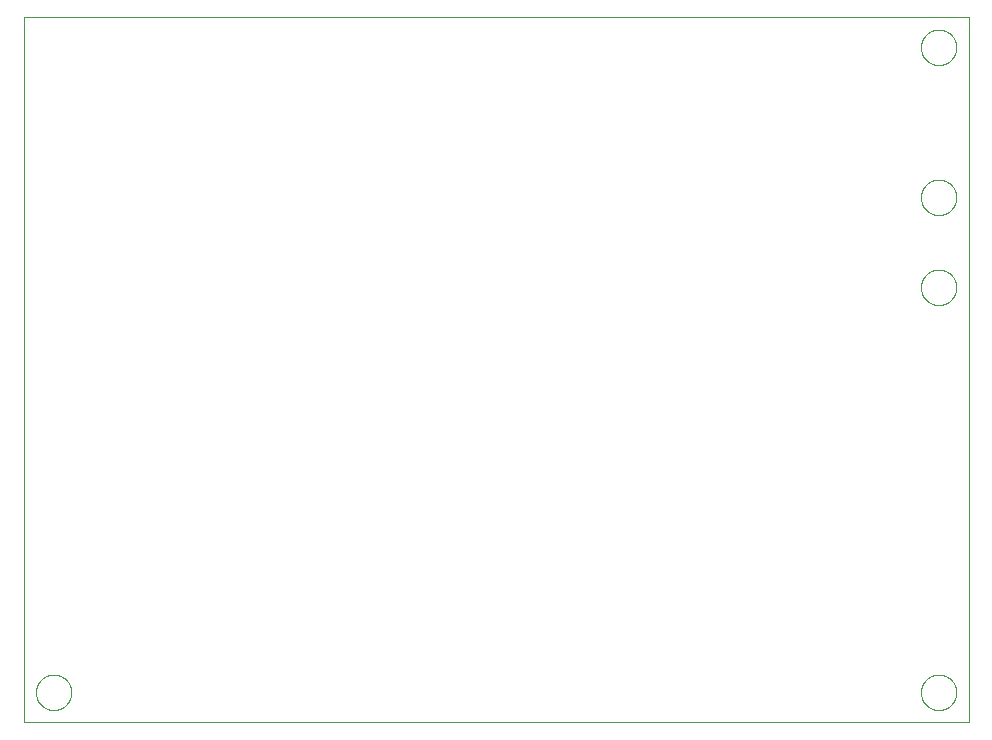
<source format=gtp>
G75*
%MOIN*%
%OFA0B0*%
%FSLAX25Y25*%
%IPPOS*%
%LPD*%
%AMOC8*
5,1,8,0,0,1.08239X$1,22.5*
%
%ADD10C,0.00000*%
D10*
X0023540Y0001000D02*
X0023540Y0235980D01*
X0338501Y0235980D01*
X0338501Y0001000D01*
X0023540Y0001000D01*
X0027634Y0011000D02*
X0027636Y0011153D01*
X0027642Y0011307D01*
X0027652Y0011460D01*
X0027666Y0011612D01*
X0027684Y0011765D01*
X0027706Y0011916D01*
X0027731Y0012067D01*
X0027761Y0012218D01*
X0027795Y0012368D01*
X0027832Y0012516D01*
X0027873Y0012664D01*
X0027918Y0012810D01*
X0027967Y0012956D01*
X0028020Y0013100D01*
X0028076Y0013242D01*
X0028136Y0013383D01*
X0028200Y0013523D01*
X0028267Y0013661D01*
X0028338Y0013797D01*
X0028413Y0013931D01*
X0028490Y0014063D01*
X0028572Y0014193D01*
X0028656Y0014321D01*
X0028744Y0014447D01*
X0028835Y0014570D01*
X0028929Y0014691D01*
X0029027Y0014809D01*
X0029127Y0014925D01*
X0029231Y0015038D01*
X0029337Y0015149D01*
X0029446Y0015257D01*
X0029558Y0015362D01*
X0029672Y0015463D01*
X0029790Y0015562D01*
X0029909Y0015658D01*
X0030031Y0015751D01*
X0030156Y0015840D01*
X0030283Y0015927D01*
X0030412Y0016009D01*
X0030543Y0016089D01*
X0030676Y0016165D01*
X0030811Y0016238D01*
X0030948Y0016307D01*
X0031087Y0016372D01*
X0031227Y0016434D01*
X0031369Y0016492D01*
X0031512Y0016547D01*
X0031657Y0016598D01*
X0031803Y0016645D01*
X0031950Y0016688D01*
X0032098Y0016727D01*
X0032247Y0016763D01*
X0032397Y0016794D01*
X0032548Y0016822D01*
X0032699Y0016846D01*
X0032852Y0016866D01*
X0033004Y0016882D01*
X0033157Y0016894D01*
X0033310Y0016902D01*
X0033463Y0016906D01*
X0033617Y0016906D01*
X0033770Y0016902D01*
X0033923Y0016894D01*
X0034076Y0016882D01*
X0034228Y0016866D01*
X0034381Y0016846D01*
X0034532Y0016822D01*
X0034683Y0016794D01*
X0034833Y0016763D01*
X0034982Y0016727D01*
X0035130Y0016688D01*
X0035277Y0016645D01*
X0035423Y0016598D01*
X0035568Y0016547D01*
X0035711Y0016492D01*
X0035853Y0016434D01*
X0035993Y0016372D01*
X0036132Y0016307D01*
X0036269Y0016238D01*
X0036404Y0016165D01*
X0036537Y0016089D01*
X0036668Y0016009D01*
X0036797Y0015927D01*
X0036924Y0015840D01*
X0037049Y0015751D01*
X0037171Y0015658D01*
X0037290Y0015562D01*
X0037408Y0015463D01*
X0037522Y0015362D01*
X0037634Y0015257D01*
X0037743Y0015149D01*
X0037849Y0015038D01*
X0037953Y0014925D01*
X0038053Y0014809D01*
X0038151Y0014691D01*
X0038245Y0014570D01*
X0038336Y0014447D01*
X0038424Y0014321D01*
X0038508Y0014193D01*
X0038590Y0014063D01*
X0038667Y0013931D01*
X0038742Y0013797D01*
X0038813Y0013661D01*
X0038880Y0013523D01*
X0038944Y0013383D01*
X0039004Y0013242D01*
X0039060Y0013100D01*
X0039113Y0012956D01*
X0039162Y0012810D01*
X0039207Y0012664D01*
X0039248Y0012516D01*
X0039285Y0012368D01*
X0039319Y0012218D01*
X0039349Y0012067D01*
X0039374Y0011916D01*
X0039396Y0011765D01*
X0039414Y0011612D01*
X0039428Y0011460D01*
X0039438Y0011307D01*
X0039444Y0011153D01*
X0039446Y0011000D01*
X0039444Y0010847D01*
X0039438Y0010693D01*
X0039428Y0010540D01*
X0039414Y0010388D01*
X0039396Y0010235D01*
X0039374Y0010084D01*
X0039349Y0009933D01*
X0039319Y0009782D01*
X0039285Y0009632D01*
X0039248Y0009484D01*
X0039207Y0009336D01*
X0039162Y0009190D01*
X0039113Y0009044D01*
X0039060Y0008900D01*
X0039004Y0008758D01*
X0038944Y0008617D01*
X0038880Y0008477D01*
X0038813Y0008339D01*
X0038742Y0008203D01*
X0038667Y0008069D01*
X0038590Y0007937D01*
X0038508Y0007807D01*
X0038424Y0007679D01*
X0038336Y0007553D01*
X0038245Y0007430D01*
X0038151Y0007309D01*
X0038053Y0007191D01*
X0037953Y0007075D01*
X0037849Y0006962D01*
X0037743Y0006851D01*
X0037634Y0006743D01*
X0037522Y0006638D01*
X0037408Y0006537D01*
X0037290Y0006438D01*
X0037171Y0006342D01*
X0037049Y0006249D01*
X0036924Y0006160D01*
X0036797Y0006073D01*
X0036668Y0005991D01*
X0036537Y0005911D01*
X0036404Y0005835D01*
X0036269Y0005762D01*
X0036132Y0005693D01*
X0035993Y0005628D01*
X0035853Y0005566D01*
X0035711Y0005508D01*
X0035568Y0005453D01*
X0035423Y0005402D01*
X0035277Y0005355D01*
X0035130Y0005312D01*
X0034982Y0005273D01*
X0034833Y0005237D01*
X0034683Y0005206D01*
X0034532Y0005178D01*
X0034381Y0005154D01*
X0034228Y0005134D01*
X0034076Y0005118D01*
X0033923Y0005106D01*
X0033770Y0005098D01*
X0033617Y0005094D01*
X0033463Y0005094D01*
X0033310Y0005098D01*
X0033157Y0005106D01*
X0033004Y0005118D01*
X0032852Y0005134D01*
X0032699Y0005154D01*
X0032548Y0005178D01*
X0032397Y0005206D01*
X0032247Y0005237D01*
X0032098Y0005273D01*
X0031950Y0005312D01*
X0031803Y0005355D01*
X0031657Y0005402D01*
X0031512Y0005453D01*
X0031369Y0005508D01*
X0031227Y0005566D01*
X0031087Y0005628D01*
X0030948Y0005693D01*
X0030811Y0005762D01*
X0030676Y0005835D01*
X0030543Y0005911D01*
X0030412Y0005991D01*
X0030283Y0006073D01*
X0030156Y0006160D01*
X0030031Y0006249D01*
X0029909Y0006342D01*
X0029790Y0006438D01*
X0029672Y0006537D01*
X0029558Y0006638D01*
X0029446Y0006743D01*
X0029337Y0006851D01*
X0029231Y0006962D01*
X0029127Y0007075D01*
X0029027Y0007191D01*
X0028929Y0007309D01*
X0028835Y0007430D01*
X0028744Y0007553D01*
X0028656Y0007679D01*
X0028572Y0007807D01*
X0028490Y0007937D01*
X0028413Y0008069D01*
X0028338Y0008203D01*
X0028267Y0008339D01*
X0028200Y0008477D01*
X0028136Y0008617D01*
X0028076Y0008758D01*
X0028020Y0008900D01*
X0027967Y0009044D01*
X0027918Y0009190D01*
X0027873Y0009336D01*
X0027832Y0009484D01*
X0027795Y0009632D01*
X0027761Y0009782D01*
X0027731Y0009933D01*
X0027706Y0010084D01*
X0027684Y0010235D01*
X0027666Y0010388D01*
X0027652Y0010540D01*
X0027642Y0010693D01*
X0027636Y0010847D01*
X0027634Y0011000D01*
X0322634Y0011000D02*
X0322636Y0011153D01*
X0322642Y0011307D01*
X0322652Y0011460D01*
X0322666Y0011612D01*
X0322684Y0011765D01*
X0322706Y0011916D01*
X0322731Y0012067D01*
X0322761Y0012218D01*
X0322795Y0012368D01*
X0322832Y0012516D01*
X0322873Y0012664D01*
X0322918Y0012810D01*
X0322967Y0012956D01*
X0323020Y0013100D01*
X0323076Y0013242D01*
X0323136Y0013383D01*
X0323200Y0013523D01*
X0323267Y0013661D01*
X0323338Y0013797D01*
X0323413Y0013931D01*
X0323490Y0014063D01*
X0323572Y0014193D01*
X0323656Y0014321D01*
X0323744Y0014447D01*
X0323835Y0014570D01*
X0323929Y0014691D01*
X0324027Y0014809D01*
X0324127Y0014925D01*
X0324231Y0015038D01*
X0324337Y0015149D01*
X0324446Y0015257D01*
X0324558Y0015362D01*
X0324672Y0015463D01*
X0324790Y0015562D01*
X0324909Y0015658D01*
X0325031Y0015751D01*
X0325156Y0015840D01*
X0325283Y0015927D01*
X0325412Y0016009D01*
X0325543Y0016089D01*
X0325676Y0016165D01*
X0325811Y0016238D01*
X0325948Y0016307D01*
X0326087Y0016372D01*
X0326227Y0016434D01*
X0326369Y0016492D01*
X0326512Y0016547D01*
X0326657Y0016598D01*
X0326803Y0016645D01*
X0326950Y0016688D01*
X0327098Y0016727D01*
X0327247Y0016763D01*
X0327397Y0016794D01*
X0327548Y0016822D01*
X0327699Y0016846D01*
X0327852Y0016866D01*
X0328004Y0016882D01*
X0328157Y0016894D01*
X0328310Y0016902D01*
X0328463Y0016906D01*
X0328617Y0016906D01*
X0328770Y0016902D01*
X0328923Y0016894D01*
X0329076Y0016882D01*
X0329228Y0016866D01*
X0329381Y0016846D01*
X0329532Y0016822D01*
X0329683Y0016794D01*
X0329833Y0016763D01*
X0329982Y0016727D01*
X0330130Y0016688D01*
X0330277Y0016645D01*
X0330423Y0016598D01*
X0330568Y0016547D01*
X0330711Y0016492D01*
X0330853Y0016434D01*
X0330993Y0016372D01*
X0331132Y0016307D01*
X0331269Y0016238D01*
X0331404Y0016165D01*
X0331537Y0016089D01*
X0331668Y0016009D01*
X0331797Y0015927D01*
X0331924Y0015840D01*
X0332049Y0015751D01*
X0332171Y0015658D01*
X0332290Y0015562D01*
X0332408Y0015463D01*
X0332522Y0015362D01*
X0332634Y0015257D01*
X0332743Y0015149D01*
X0332849Y0015038D01*
X0332953Y0014925D01*
X0333053Y0014809D01*
X0333151Y0014691D01*
X0333245Y0014570D01*
X0333336Y0014447D01*
X0333424Y0014321D01*
X0333508Y0014193D01*
X0333590Y0014063D01*
X0333667Y0013931D01*
X0333742Y0013797D01*
X0333813Y0013661D01*
X0333880Y0013523D01*
X0333944Y0013383D01*
X0334004Y0013242D01*
X0334060Y0013100D01*
X0334113Y0012956D01*
X0334162Y0012810D01*
X0334207Y0012664D01*
X0334248Y0012516D01*
X0334285Y0012368D01*
X0334319Y0012218D01*
X0334349Y0012067D01*
X0334374Y0011916D01*
X0334396Y0011765D01*
X0334414Y0011612D01*
X0334428Y0011460D01*
X0334438Y0011307D01*
X0334444Y0011153D01*
X0334446Y0011000D01*
X0334444Y0010847D01*
X0334438Y0010693D01*
X0334428Y0010540D01*
X0334414Y0010388D01*
X0334396Y0010235D01*
X0334374Y0010084D01*
X0334349Y0009933D01*
X0334319Y0009782D01*
X0334285Y0009632D01*
X0334248Y0009484D01*
X0334207Y0009336D01*
X0334162Y0009190D01*
X0334113Y0009044D01*
X0334060Y0008900D01*
X0334004Y0008758D01*
X0333944Y0008617D01*
X0333880Y0008477D01*
X0333813Y0008339D01*
X0333742Y0008203D01*
X0333667Y0008069D01*
X0333590Y0007937D01*
X0333508Y0007807D01*
X0333424Y0007679D01*
X0333336Y0007553D01*
X0333245Y0007430D01*
X0333151Y0007309D01*
X0333053Y0007191D01*
X0332953Y0007075D01*
X0332849Y0006962D01*
X0332743Y0006851D01*
X0332634Y0006743D01*
X0332522Y0006638D01*
X0332408Y0006537D01*
X0332290Y0006438D01*
X0332171Y0006342D01*
X0332049Y0006249D01*
X0331924Y0006160D01*
X0331797Y0006073D01*
X0331668Y0005991D01*
X0331537Y0005911D01*
X0331404Y0005835D01*
X0331269Y0005762D01*
X0331132Y0005693D01*
X0330993Y0005628D01*
X0330853Y0005566D01*
X0330711Y0005508D01*
X0330568Y0005453D01*
X0330423Y0005402D01*
X0330277Y0005355D01*
X0330130Y0005312D01*
X0329982Y0005273D01*
X0329833Y0005237D01*
X0329683Y0005206D01*
X0329532Y0005178D01*
X0329381Y0005154D01*
X0329228Y0005134D01*
X0329076Y0005118D01*
X0328923Y0005106D01*
X0328770Y0005098D01*
X0328617Y0005094D01*
X0328463Y0005094D01*
X0328310Y0005098D01*
X0328157Y0005106D01*
X0328004Y0005118D01*
X0327852Y0005134D01*
X0327699Y0005154D01*
X0327548Y0005178D01*
X0327397Y0005206D01*
X0327247Y0005237D01*
X0327098Y0005273D01*
X0326950Y0005312D01*
X0326803Y0005355D01*
X0326657Y0005402D01*
X0326512Y0005453D01*
X0326369Y0005508D01*
X0326227Y0005566D01*
X0326087Y0005628D01*
X0325948Y0005693D01*
X0325811Y0005762D01*
X0325676Y0005835D01*
X0325543Y0005911D01*
X0325412Y0005991D01*
X0325283Y0006073D01*
X0325156Y0006160D01*
X0325031Y0006249D01*
X0324909Y0006342D01*
X0324790Y0006438D01*
X0324672Y0006537D01*
X0324558Y0006638D01*
X0324446Y0006743D01*
X0324337Y0006851D01*
X0324231Y0006962D01*
X0324127Y0007075D01*
X0324027Y0007191D01*
X0323929Y0007309D01*
X0323835Y0007430D01*
X0323744Y0007553D01*
X0323656Y0007679D01*
X0323572Y0007807D01*
X0323490Y0007937D01*
X0323413Y0008069D01*
X0323338Y0008203D01*
X0323267Y0008339D01*
X0323200Y0008477D01*
X0323136Y0008617D01*
X0323076Y0008758D01*
X0323020Y0008900D01*
X0322967Y0009044D01*
X0322918Y0009190D01*
X0322873Y0009336D01*
X0322832Y0009484D01*
X0322795Y0009632D01*
X0322761Y0009782D01*
X0322731Y0009933D01*
X0322706Y0010084D01*
X0322684Y0010235D01*
X0322666Y0010388D01*
X0322652Y0010540D01*
X0322642Y0010693D01*
X0322636Y0010847D01*
X0322634Y0011000D01*
X0322634Y0146000D02*
X0322636Y0146153D01*
X0322642Y0146307D01*
X0322652Y0146460D01*
X0322666Y0146612D01*
X0322684Y0146765D01*
X0322706Y0146916D01*
X0322731Y0147067D01*
X0322761Y0147218D01*
X0322795Y0147368D01*
X0322832Y0147516D01*
X0322873Y0147664D01*
X0322918Y0147810D01*
X0322967Y0147956D01*
X0323020Y0148100D01*
X0323076Y0148242D01*
X0323136Y0148383D01*
X0323200Y0148523D01*
X0323267Y0148661D01*
X0323338Y0148797D01*
X0323413Y0148931D01*
X0323490Y0149063D01*
X0323572Y0149193D01*
X0323656Y0149321D01*
X0323744Y0149447D01*
X0323835Y0149570D01*
X0323929Y0149691D01*
X0324027Y0149809D01*
X0324127Y0149925D01*
X0324231Y0150038D01*
X0324337Y0150149D01*
X0324446Y0150257D01*
X0324558Y0150362D01*
X0324672Y0150463D01*
X0324790Y0150562D01*
X0324909Y0150658D01*
X0325031Y0150751D01*
X0325156Y0150840D01*
X0325283Y0150927D01*
X0325412Y0151009D01*
X0325543Y0151089D01*
X0325676Y0151165D01*
X0325811Y0151238D01*
X0325948Y0151307D01*
X0326087Y0151372D01*
X0326227Y0151434D01*
X0326369Y0151492D01*
X0326512Y0151547D01*
X0326657Y0151598D01*
X0326803Y0151645D01*
X0326950Y0151688D01*
X0327098Y0151727D01*
X0327247Y0151763D01*
X0327397Y0151794D01*
X0327548Y0151822D01*
X0327699Y0151846D01*
X0327852Y0151866D01*
X0328004Y0151882D01*
X0328157Y0151894D01*
X0328310Y0151902D01*
X0328463Y0151906D01*
X0328617Y0151906D01*
X0328770Y0151902D01*
X0328923Y0151894D01*
X0329076Y0151882D01*
X0329228Y0151866D01*
X0329381Y0151846D01*
X0329532Y0151822D01*
X0329683Y0151794D01*
X0329833Y0151763D01*
X0329982Y0151727D01*
X0330130Y0151688D01*
X0330277Y0151645D01*
X0330423Y0151598D01*
X0330568Y0151547D01*
X0330711Y0151492D01*
X0330853Y0151434D01*
X0330993Y0151372D01*
X0331132Y0151307D01*
X0331269Y0151238D01*
X0331404Y0151165D01*
X0331537Y0151089D01*
X0331668Y0151009D01*
X0331797Y0150927D01*
X0331924Y0150840D01*
X0332049Y0150751D01*
X0332171Y0150658D01*
X0332290Y0150562D01*
X0332408Y0150463D01*
X0332522Y0150362D01*
X0332634Y0150257D01*
X0332743Y0150149D01*
X0332849Y0150038D01*
X0332953Y0149925D01*
X0333053Y0149809D01*
X0333151Y0149691D01*
X0333245Y0149570D01*
X0333336Y0149447D01*
X0333424Y0149321D01*
X0333508Y0149193D01*
X0333590Y0149063D01*
X0333667Y0148931D01*
X0333742Y0148797D01*
X0333813Y0148661D01*
X0333880Y0148523D01*
X0333944Y0148383D01*
X0334004Y0148242D01*
X0334060Y0148100D01*
X0334113Y0147956D01*
X0334162Y0147810D01*
X0334207Y0147664D01*
X0334248Y0147516D01*
X0334285Y0147368D01*
X0334319Y0147218D01*
X0334349Y0147067D01*
X0334374Y0146916D01*
X0334396Y0146765D01*
X0334414Y0146612D01*
X0334428Y0146460D01*
X0334438Y0146307D01*
X0334444Y0146153D01*
X0334446Y0146000D01*
X0334444Y0145847D01*
X0334438Y0145693D01*
X0334428Y0145540D01*
X0334414Y0145388D01*
X0334396Y0145235D01*
X0334374Y0145084D01*
X0334349Y0144933D01*
X0334319Y0144782D01*
X0334285Y0144632D01*
X0334248Y0144484D01*
X0334207Y0144336D01*
X0334162Y0144190D01*
X0334113Y0144044D01*
X0334060Y0143900D01*
X0334004Y0143758D01*
X0333944Y0143617D01*
X0333880Y0143477D01*
X0333813Y0143339D01*
X0333742Y0143203D01*
X0333667Y0143069D01*
X0333590Y0142937D01*
X0333508Y0142807D01*
X0333424Y0142679D01*
X0333336Y0142553D01*
X0333245Y0142430D01*
X0333151Y0142309D01*
X0333053Y0142191D01*
X0332953Y0142075D01*
X0332849Y0141962D01*
X0332743Y0141851D01*
X0332634Y0141743D01*
X0332522Y0141638D01*
X0332408Y0141537D01*
X0332290Y0141438D01*
X0332171Y0141342D01*
X0332049Y0141249D01*
X0331924Y0141160D01*
X0331797Y0141073D01*
X0331668Y0140991D01*
X0331537Y0140911D01*
X0331404Y0140835D01*
X0331269Y0140762D01*
X0331132Y0140693D01*
X0330993Y0140628D01*
X0330853Y0140566D01*
X0330711Y0140508D01*
X0330568Y0140453D01*
X0330423Y0140402D01*
X0330277Y0140355D01*
X0330130Y0140312D01*
X0329982Y0140273D01*
X0329833Y0140237D01*
X0329683Y0140206D01*
X0329532Y0140178D01*
X0329381Y0140154D01*
X0329228Y0140134D01*
X0329076Y0140118D01*
X0328923Y0140106D01*
X0328770Y0140098D01*
X0328617Y0140094D01*
X0328463Y0140094D01*
X0328310Y0140098D01*
X0328157Y0140106D01*
X0328004Y0140118D01*
X0327852Y0140134D01*
X0327699Y0140154D01*
X0327548Y0140178D01*
X0327397Y0140206D01*
X0327247Y0140237D01*
X0327098Y0140273D01*
X0326950Y0140312D01*
X0326803Y0140355D01*
X0326657Y0140402D01*
X0326512Y0140453D01*
X0326369Y0140508D01*
X0326227Y0140566D01*
X0326087Y0140628D01*
X0325948Y0140693D01*
X0325811Y0140762D01*
X0325676Y0140835D01*
X0325543Y0140911D01*
X0325412Y0140991D01*
X0325283Y0141073D01*
X0325156Y0141160D01*
X0325031Y0141249D01*
X0324909Y0141342D01*
X0324790Y0141438D01*
X0324672Y0141537D01*
X0324558Y0141638D01*
X0324446Y0141743D01*
X0324337Y0141851D01*
X0324231Y0141962D01*
X0324127Y0142075D01*
X0324027Y0142191D01*
X0323929Y0142309D01*
X0323835Y0142430D01*
X0323744Y0142553D01*
X0323656Y0142679D01*
X0323572Y0142807D01*
X0323490Y0142937D01*
X0323413Y0143069D01*
X0323338Y0143203D01*
X0323267Y0143339D01*
X0323200Y0143477D01*
X0323136Y0143617D01*
X0323076Y0143758D01*
X0323020Y0143900D01*
X0322967Y0144044D01*
X0322918Y0144190D01*
X0322873Y0144336D01*
X0322832Y0144484D01*
X0322795Y0144632D01*
X0322761Y0144782D01*
X0322731Y0144933D01*
X0322706Y0145084D01*
X0322684Y0145235D01*
X0322666Y0145388D01*
X0322652Y0145540D01*
X0322642Y0145693D01*
X0322636Y0145847D01*
X0322634Y0146000D01*
X0322634Y0176000D02*
X0322636Y0176153D01*
X0322642Y0176307D01*
X0322652Y0176460D01*
X0322666Y0176612D01*
X0322684Y0176765D01*
X0322706Y0176916D01*
X0322731Y0177067D01*
X0322761Y0177218D01*
X0322795Y0177368D01*
X0322832Y0177516D01*
X0322873Y0177664D01*
X0322918Y0177810D01*
X0322967Y0177956D01*
X0323020Y0178100D01*
X0323076Y0178242D01*
X0323136Y0178383D01*
X0323200Y0178523D01*
X0323267Y0178661D01*
X0323338Y0178797D01*
X0323413Y0178931D01*
X0323490Y0179063D01*
X0323572Y0179193D01*
X0323656Y0179321D01*
X0323744Y0179447D01*
X0323835Y0179570D01*
X0323929Y0179691D01*
X0324027Y0179809D01*
X0324127Y0179925D01*
X0324231Y0180038D01*
X0324337Y0180149D01*
X0324446Y0180257D01*
X0324558Y0180362D01*
X0324672Y0180463D01*
X0324790Y0180562D01*
X0324909Y0180658D01*
X0325031Y0180751D01*
X0325156Y0180840D01*
X0325283Y0180927D01*
X0325412Y0181009D01*
X0325543Y0181089D01*
X0325676Y0181165D01*
X0325811Y0181238D01*
X0325948Y0181307D01*
X0326087Y0181372D01*
X0326227Y0181434D01*
X0326369Y0181492D01*
X0326512Y0181547D01*
X0326657Y0181598D01*
X0326803Y0181645D01*
X0326950Y0181688D01*
X0327098Y0181727D01*
X0327247Y0181763D01*
X0327397Y0181794D01*
X0327548Y0181822D01*
X0327699Y0181846D01*
X0327852Y0181866D01*
X0328004Y0181882D01*
X0328157Y0181894D01*
X0328310Y0181902D01*
X0328463Y0181906D01*
X0328617Y0181906D01*
X0328770Y0181902D01*
X0328923Y0181894D01*
X0329076Y0181882D01*
X0329228Y0181866D01*
X0329381Y0181846D01*
X0329532Y0181822D01*
X0329683Y0181794D01*
X0329833Y0181763D01*
X0329982Y0181727D01*
X0330130Y0181688D01*
X0330277Y0181645D01*
X0330423Y0181598D01*
X0330568Y0181547D01*
X0330711Y0181492D01*
X0330853Y0181434D01*
X0330993Y0181372D01*
X0331132Y0181307D01*
X0331269Y0181238D01*
X0331404Y0181165D01*
X0331537Y0181089D01*
X0331668Y0181009D01*
X0331797Y0180927D01*
X0331924Y0180840D01*
X0332049Y0180751D01*
X0332171Y0180658D01*
X0332290Y0180562D01*
X0332408Y0180463D01*
X0332522Y0180362D01*
X0332634Y0180257D01*
X0332743Y0180149D01*
X0332849Y0180038D01*
X0332953Y0179925D01*
X0333053Y0179809D01*
X0333151Y0179691D01*
X0333245Y0179570D01*
X0333336Y0179447D01*
X0333424Y0179321D01*
X0333508Y0179193D01*
X0333590Y0179063D01*
X0333667Y0178931D01*
X0333742Y0178797D01*
X0333813Y0178661D01*
X0333880Y0178523D01*
X0333944Y0178383D01*
X0334004Y0178242D01*
X0334060Y0178100D01*
X0334113Y0177956D01*
X0334162Y0177810D01*
X0334207Y0177664D01*
X0334248Y0177516D01*
X0334285Y0177368D01*
X0334319Y0177218D01*
X0334349Y0177067D01*
X0334374Y0176916D01*
X0334396Y0176765D01*
X0334414Y0176612D01*
X0334428Y0176460D01*
X0334438Y0176307D01*
X0334444Y0176153D01*
X0334446Y0176000D01*
X0334444Y0175847D01*
X0334438Y0175693D01*
X0334428Y0175540D01*
X0334414Y0175388D01*
X0334396Y0175235D01*
X0334374Y0175084D01*
X0334349Y0174933D01*
X0334319Y0174782D01*
X0334285Y0174632D01*
X0334248Y0174484D01*
X0334207Y0174336D01*
X0334162Y0174190D01*
X0334113Y0174044D01*
X0334060Y0173900D01*
X0334004Y0173758D01*
X0333944Y0173617D01*
X0333880Y0173477D01*
X0333813Y0173339D01*
X0333742Y0173203D01*
X0333667Y0173069D01*
X0333590Y0172937D01*
X0333508Y0172807D01*
X0333424Y0172679D01*
X0333336Y0172553D01*
X0333245Y0172430D01*
X0333151Y0172309D01*
X0333053Y0172191D01*
X0332953Y0172075D01*
X0332849Y0171962D01*
X0332743Y0171851D01*
X0332634Y0171743D01*
X0332522Y0171638D01*
X0332408Y0171537D01*
X0332290Y0171438D01*
X0332171Y0171342D01*
X0332049Y0171249D01*
X0331924Y0171160D01*
X0331797Y0171073D01*
X0331668Y0170991D01*
X0331537Y0170911D01*
X0331404Y0170835D01*
X0331269Y0170762D01*
X0331132Y0170693D01*
X0330993Y0170628D01*
X0330853Y0170566D01*
X0330711Y0170508D01*
X0330568Y0170453D01*
X0330423Y0170402D01*
X0330277Y0170355D01*
X0330130Y0170312D01*
X0329982Y0170273D01*
X0329833Y0170237D01*
X0329683Y0170206D01*
X0329532Y0170178D01*
X0329381Y0170154D01*
X0329228Y0170134D01*
X0329076Y0170118D01*
X0328923Y0170106D01*
X0328770Y0170098D01*
X0328617Y0170094D01*
X0328463Y0170094D01*
X0328310Y0170098D01*
X0328157Y0170106D01*
X0328004Y0170118D01*
X0327852Y0170134D01*
X0327699Y0170154D01*
X0327548Y0170178D01*
X0327397Y0170206D01*
X0327247Y0170237D01*
X0327098Y0170273D01*
X0326950Y0170312D01*
X0326803Y0170355D01*
X0326657Y0170402D01*
X0326512Y0170453D01*
X0326369Y0170508D01*
X0326227Y0170566D01*
X0326087Y0170628D01*
X0325948Y0170693D01*
X0325811Y0170762D01*
X0325676Y0170835D01*
X0325543Y0170911D01*
X0325412Y0170991D01*
X0325283Y0171073D01*
X0325156Y0171160D01*
X0325031Y0171249D01*
X0324909Y0171342D01*
X0324790Y0171438D01*
X0324672Y0171537D01*
X0324558Y0171638D01*
X0324446Y0171743D01*
X0324337Y0171851D01*
X0324231Y0171962D01*
X0324127Y0172075D01*
X0324027Y0172191D01*
X0323929Y0172309D01*
X0323835Y0172430D01*
X0323744Y0172553D01*
X0323656Y0172679D01*
X0323572Y0172807D01*
X0323490Y0172937D01*
X0323413Y0173069D01*
X0323338Y0173203D01*
X0323267Y0173339D01*
X0323200Y0173477D01*
X0323136Y0173617D01*
X0323076Y0173758D01*
X0323020Y0173900D01*
X0322967Y0174044D01*
X0322918Y0174190D01*
X0322873Y0174336D01*
X0322832Y0174484D01*
X0322795Y0174632D01*
X0322761Y0174782D01*
X0322731Y0174933D01*
X0322706Y0175084D01*
X0322684Y0175235D01*
X0322666Y0175388D01*
X0322652Y0175540D01*
X0322642Y0175693D01*
X0322636Y0175847D01*
X0322634Y0176000D01*
X0322634Y0226000D02*
X0322636Y0226153D01*
X0322642Y0226307D01*
X0322652Y0226460D01*
X0322666Y0226612D01*
X0322684Y0226765D01*
X0322706Y0226916D01*
X0322731Y0227067D01*
X0322761Y0227218D01*
X0322795Y0227368D01*
X0322832Y0227516D01*
X0322873Y0227664D01*
X0322918Y0227810D01*
X0322967Y0227956D01*
X0323020Y0228100D01*
X0323076Y0228242D01*
X0323136Y0228383D01*
X0323200Y0228523D01*
X0323267Y0228661D01*
X0323338Y0228797D01*
X0323413Y0228931D01*
X0323490Y0229063D01*
X0323572Y0229193D01*
X0323656Y0229321D01*
X0323744Y0229447D01*
X0323835Y0229570D01*
X0323929Y0229691D01*
X0324027Y0229809D01*
X0324127Y0229925D01*
X0324231Y0230038D01*
X0324337Y0230149D01*
X0324446Y0230257D01*
X0324558Y0230362D01*
X0324672Y0230463D01*
X0324790Y0230562D01*
X0324909Y0230658D01*
X0325031Y0230751D01*
X0325156Y0230840D01*
X0325283Y0230927D01*
X0325412Y0231009D01*
X0325543Y0231089D01*
X0325676Y0231165D01*
X0325811Y0231238D01*
X0325948Y0231307D01*
X0326087Y0231372D01*
X0326227Y0231434D01*
X0326369Y0231492D01*
X0326512Y0231547D01*
X0326657Y0231598D01*
X0326803Y0231645D01*
X0326950Y0231688D01*
X0327098Y0231727D01*
X0327247Y0231763D01*
X0327397Y0231794D01*
X0327548Y0231822D01*
X0327699Y0231846D01*
X0327852Y0231866D01*
X0328004Y0231882D01*
X0328157Y0231894D01*
X0328310Y0231902D01*
X0328463Y0231906D01*
X0328617Y0231906D01*
X0328770Y0231902D01*
X0328923Y0231894D01*
X0329076Y0231882D01*
X0329228Y0231866D01*
X0329381Y0231846D01*
X0329532Y0231822D01*
X0329683Y0231794D01*
X0329833Y0231763D01*
X0329982Y0231727D01*
X0330130Y0231688D01*
X0330277Y0231645D01*
X0330423Y0231598D01*
X0330568Y0231547D01*
X0330711Y0231492D01*
X0330853Y0231434D01*
X0330993Y0231372D01*
X0331132Y0231307D01*
X0331269Y0231238D01*
X0331404Y0231165D01*
X0331537Y0231089D01*
X0331668Y0231009D01*
X0331797Y0230927D01*
X0331924Y0230840D01*
X0332049Y0230751D01*
X0332171Y0230658D01*
X0332290Y0230562D01*
X0332408Y0230463D01*
X0332522Y0230362D01*
X0332634Y0230257D01*
X0332743Y0230149D01*
X0332849Y0230038D01*
X0332953Y0229925D01*
X0333053Y0229809D01*
X0333151Y0229691D01*
X0333245Y0229570D01*
X0333336Y0229447D01*
X0333424Y0229321D01*
X0333508Y0229193D01*
X0333590Y0229063D01*
X0333667Y0228931D01*
X0333742Y0228797D01*
X0333813Y0228661D01*
X0333880Y0228523D01*
X0333944Y0228383D01*
X0334004Y0228242D01*
X0334060Y0228100D01*
X0334113Y0227956D01*
X0334162Y0227810D01*
X0334207Y0227664D01*
X0334248Y0227516D01*
X0334285Y0227368D01*
X0334319Y0227218D01*
X0334349Y0227067D01*
X0334374Y0226916D01*
X0334396Y0226765D01*
X0334414Y0226612D01*
X0334428Y0226460D01*
X0334438Y0226307D01*
X0334444Y0226153D01*
X0334446Y0226000D01*
X0334444Y0225847D01*
X0334438Y0225693D01*
X0334428Y0225540D01*
X0334414Y0225388D01*
X0334396Y0225235D01*
X0334374Y0225084D01*
X0334349Y0224933D01*
X0334319Y0224782D01*
X0334285Y0224632D01*
X0334248Y0224484D01*
X0334207Y0224336D01*
X0334162Y0224190D01*
X0334113Y0224044D01*
X0334060Y0223900D01*
X0334004Y0223758D01*
X0333944Y0223617D01*
X0333880Y0223477D01*
X0333813Y0223339D01*
X0333742Y0223203D01*
X0333667Y0223069D01*
X0333590Y0222937D01*
X0333508Y0222807D01*
X0333424Y0222679D01*
X0333336Y0222553D01*
X0333245Y0222430D01*
X0333151Y0222309D01*
X0333053Y0222191D01*
X0332953Y0222075D01*
X0332849Y0221962D01*
X0332743Y0221851D01*
X0332634Y0221743D01*
X0332522Y0221638D01*
X0332408Y0221537D01*
X0332290Y0221438D01*
X0332171Y0221342D01*
X0332049Y0221249D01*
X0331924Y0221160D01*
X0331797Y0221073D01*
X0331668Y0220991D01*
X0331537Y0220911D01*
X0331404Y0220835D01*
X0331269Y0220762D01*
X0331132Y0220693D01*
X0330993Y0220628D01*
X0330853Y0220566D01*
X0330711Y0220508D01*
X0330568Y0220453D01*
X0330423Y0220402D01*
X0330277Y0220355D01*
X0330130Y0220312D01*
X0329982Y0220273D01*
X0329833Y0220237D01*
X0329683Y0220206D01*
X0329532Y0220178D01*
X0329381Y0220154D01*
X0329228Y0220134D01*
X0329076Y0220118D01*
X0328923Y0220106D01*
X0328770Y0220098D01*
X0328617Y0220094D01*
X0328463Y0220094D01*
X0328310Y0220098D01*
X0328157Y0220106D01*
X0328004Y0220118D01*
X0327852Y0220134D01*
X0327699Y0220154D01*
X0327548Y0220178D01*
X0327397Y0220206D01*
X0327247Y0220237D01*
X0327098Y0220273D01*
X0326950Y0220312D01*
X0326803Y0220355D01*
X0326657Y0220402D01*
X0326512Y0220453D01*
X0326369Y0220508D01*
X0326227Y0220566D01*
X0326087Y0220628D01*
X0325948Y0220693D01*
X0325811Y0220762D01*
X0325676Y0220835D01*
X0325543Y0220911D01*
X0325412Y0220991D01*
X0325283Y0221073D01*
X0325156Y0221160D01*
X0325031Y0221249D01*
X0324909Y0221342D01*
X0324790Y0221438D01*
X0324672Y0221537D01*
X0324558Y0221638D01*
X0324446Y0221743D01*
X0324337Y0221851D01*
X0324231Y0221962D01*
X0324127Y0222075D01*
X0324027Y0222191D01*
X0323929Y0222309D01*
X0323835Y0222430D01*
X0323744Y0222553D01*
X0323656Y0222679D01*
X0323572Y0222807D01*
X0323490Y0222937D01*
X0323413Y0223069D01*
X0323338Y0223203D01*
X0323267Y0223339D01*
X0323200Y0223477D01*
X0323136Y0223617D01*
X0323076Y0223758D01*
X0323020Y0223900D01*
X0322967Y0224044D01*
X0322918Y0224190D01*
X0322873Y0224336D01*
X0322832Y0224484D01*
X0322795Y0224632D01*
X0322761Y0224782D01*
X0322731Y0224933D01*
X0322706Y0225084D01*
X0322684Y0225235D01*
X0322666Y0225388D01*
X0322652Y0225540D01*
X0322642Y0225693D01*
X0322636Y0225847D01*
X0322634Y0226000D01*
M02*

</source>
